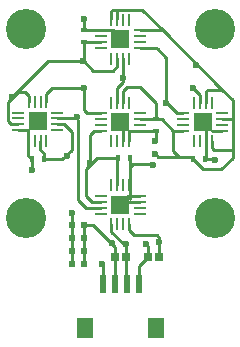
<source format=gtl>
G04 Layer_Physical_Order=1*
G04 Layer_Color=25308*
%FSLAX25Y25*%
%MOIN*%
G70*
G01*
G75*
G04:AMPARAMS|DCode=10|XSize=7.09mil|YSize=39.37mil|CornerRadius=0.89mil|HoleSize=0mil|Usage=FLASHONLY|Rotation=90.000|XOffset=0mil|YOffset=0mil|HoleType=Round|Shape=RoundedRectangle|*
%AMROUNDEDRECTD10*
21,1,0.00709,0.03760,0,0,90.0*
21,1,0.00532,0.03937,0,0,90.0*
1,1,0.00177,0.01880,0.00266*
1,1,0.00177,0.01880,-0.00266*
1,1,0.00177,-0.01880,-0.00266*
1,1,0.00177,-0.01880,0.00266*
%
%ADD10ROUNDEDRECTD10*%
G04:AMPARAMS|DCode=11|XSize=7.09mil|YSize=39.37mil|CornerRadius=0.89mil|HoleSize=0mil|Usage=FLASHONLY|Rotation=180.000|XOffset=0mil|YOffset=0mil|HoleType=Round|Shape=RoundedRectangle|*
%AMROUNDEDRECTD11*
21,1,0.00709,0.03760,0,0,180.0*
21,1,0.00532,0.03937,0,0,180.0*
1,1,0.00177,-0.00266,0.01880*
1,1,0.00177,0.00266,0.01880*
1,1,0.00177,0.00266,-0.01880*
1,1,0.00177,-0.00266,-0.01880*
%
%ADD11ROUNDEDRECTD11*%
%ADD12R,0.06299X0.06299*%
%ADD13R,0.06299X0.06299*%
%ADD14R,0.02200X0.02200*%
%ADD15R,0.02756X0.02559*%
%ADD16R,0.01969X0.01575*%
%ADD17R,0.01575X0.01969*%
%ADD18R,0.05512X0.07087*%
%ADD19R,0.02362X0.06102*%
%ADD20C,0.01000*%
%ADD21C,0.02362*%
%ADD22C,0.13386*%
D10*
X249410Y290748D02*
D03*
Y288779D02*
D03*
Y286811D02*
D03*
Y284842D02*
D03*
X262402Y290748D02*
D03*
Y288779D02*
D03*
Y286811D02*
D03*
Y284842D02*
D03*
X289961Y318307D02*
D03*
Y316339D02*
D03*
Y314370D02*
D03*
Y312402D02*
D03*
X276969Y318307D02*
D03*
Y316339D02*
D03*
Y314370D02*
D03*
Y312402D02*
D03*
X249410Y339961D02*
D03*
Y341929D02*
D03*
Y343898D02*
D03*
Y345866D02*
D03*
X262402Y339961D02*
D03*
Y341929D02*
D03*
Y343898D02*
D03*
Y345866D02*
D03*
Y318307D02*
D03*
Y316339D02*
D03*
Y314370D02*
D03*
Y312402D02*
D03*
X249410Y318307D02*
D03*
Y316339D02*
D03*
Y314370D02*
D03*
Y312402D02*
D03*
X234842Y312602D02*
D03*
Y314570D02*
D03*
Y316539D02*
D03*
Y318507D02*
D03*
X221850Y312602D02*
D03*
Y314570D02*
D03*
Y316539D02*
D03*
Y318507D02*
D03*
D11*
X252953Y294291D02*
D03*
X254921D02*
D03*
X256890D02*
D03*
X258858D02*
D03*
X252953Y281299D02*
D03*
X254921D02*
D03*
X256890D02*
D03*
X258858D02*
D03*
X286417Y321850D02*
D03*
X284449D02*
D03*
X282480D02*
D03*
X280512D02*
D03*
X286417Y308858D02*
D03*
X284449D02*
D03*
X282480D02*
D03*
X280512D02*
D03*
X252953Y336417D02*
D03*
X254921D02*
D03*
X256890D02*
D03*
X258858D02*
D03*
X252953Y349410D02*
D03*
X254921D02*
D03*
X256890D02*
D03*
X258858D02*
D03*
Y321850D02*
D03*
X256890D02*
D03*
X254921D02*
D03*
X252953D02*
D03*
X258858Y308858D02*
D03*
X256890D02*
D03*
X254921D02*
D03*
X252953D02*
D03*
X231299Y309058D02*
D03*
X229331D02*
D03*
X227362D02*
D03*
X225394D02*
D03*
X231299Y322050D02*
D03*
X229331D02*
D03*
X227362D02*
D03*
X225394D02*
D03*
D12*
X255906Y287795D02*
D03*
X228346Y315554D02*
D03*
D13*
X283465Y315354D02*
D03*
X255906Y342913D02*
D03*
Y315354D02*
D03*
D14*
X239898Y268110D02*
D03*
X243898D02*
D03*
X239898Y272441D02*
D03*
X243898D02*
D03*
X239898Y276772D02*
D03*
X243898D02*
D03*
X239898Y281102D02*
D03*
X243898D02*
D03*
D15*
X257776Y270472D02*
D03*
X254035D02*
D03*
X265059D02*
D03*
X268799D02*
D03*
D16*
X267717Y312404D02*
D03*
Y316341D02*
D03*
X243701Y345870D02*
D03*
Y341933D02*
D03*
D17*
X284154Y302953D02*
D03*
X280217D02*
D03*
X226378Y302956D02*
D03*
X230315D02*
D03*
X259055Y303350D02*
D03*
X255118D02*
D03*
D18*
X267913Y246654D02*
D03*
X244291D02*
D03*
D19*
X262008Y261417D02*
D03*
X258071D02*
D03*
X254134D02*
D03*
X250197D02*
D03*
D20*
X293307Y303445D02*
Y316339D01*
X289567Y299705D02*
X293307Y303445D01*
X289961Y316339D02*
X293307D01*
X293310D02*
Y322638D01*
X289764Y326184D02*
X293310Y322638D01*
X252953Y352365D02*
X253343Y352756D01*
X263192D02*
X270082Y345866D01*
X253343Y352756D02*
X263192D01*
X218406Y322149D02*
X221654Y325397D01*
X218406Y315692D02*
Y322149D01*
Y315692D02*
X219527Y314570D01*
X257972Y290748D02*
X262402D01*
X258169Y288779D02*
X262402D01*
X255906Y315354D02*
Y315948D01*
X244488Y299806D02*
X248031Y303350D01*
X259058Y300203D02*
Y303347D01*
X260236Y301381D02*
X265748D01*
X259058Y300203D02*
X260236Y301381D01*
X267717Y309255D02*
Y312404D01*
X262402Y312402D02*
X267714D01*
X226378Y299413D02*
Y302956D01*
X236614D02*
X239764Y306105D01*
X224016Y325397D02*
X225394Y324019D01*
X221654Y325397D02*
X224016D01*
X219527Y314570D02*
X221650D01*
X230315Y302956D02*
X236614D01*
X239764Y306105D02*
Y312011D01*
X237205Y314570D02*
X239764Y312011D01*
X234643Y314570D02*
X237205D01*
X234643Y316539D02*
X241732D01*
X230315Y302956D02*
Y304925D01*
X229131Y306109D02*
X230315Y304925D01*
X229131Y306109D02*
Y309058D01*
X221650Y312602D02*
X225194D01*
Y304139D02*
Y312602D01*
Y304139D02*
X226378Y302956D01*
X243701Y335527D02*
X246744Y332484D01*
X253543D01*
X254921Y333861D01*
Y336817D01*
Y349810D02*
Y352365D01*
X252953Y349810D02*
Y352365D01*
X284449Y321850D02*
Y325594D01*
X285039Y326184D01*
X289764D01*
X286417Y306791D02*
Y308858D01*
X284449D02*
Y314370D01*
X286417Y312402D02*
X289961D01*
X262598Y326972D02*
X267717Y321853D01*
X258268Y326972D02*
X262598D01*
X256890Y325594D02*
X258268Y326972D01*
X256890Y321850D02*
Y325594D01*
X262402Y316339D02*
X269688D01*
X273625Y312402D01*
X247241D02*
X249410D01*
X245866Y311027D02*
X247241Y312402D01*
X245866Y301578D02*
Y311027D01*
X256890Y308858D02*
Y314370D01*
X258858Y308858D02*
Y312402D01*
X262402D01*
X233071Y326578D02*
X243701D01*
Y319491D02*
Y326578D01*
X244885Y318307D02*
X249410D01*
X243701Y319491D02*
X244885Y318307D01*
X256890Y330121D02*
Y336817D01*
Y328743D02*
Y330121D01*
X280118Y326775D02*
X282480Y324413D01*
Y321850D02*
Y324413D01*
X265059Y270472D02*
Y274114D01*
X268829Y275197D02*
Y276840D01*
X254921Y326775D02*
X256890Y328743D01*
X271358Y321755D02*
X274806Y318307D01*
X254921Y321850D02*
Y326775D01*
X271260Y321853D02*
Y336814D01*
X274806Y318307D02*
X276969D01*
X243898Y276772D02*
Y281102D01*
Y272441D02*
Y276772D01*
Y268110D02*
Y272441D01*
X239898Y281102D02*
Y285034D01*
Y276772D02*
Y281102D01*
Y272441D02*
Y276772D01*
Y268110D02*
Y272441D01*
X239892Y285039D02*
X239898Y285034D01*
X268799Y270472D02*
X268829Y270502D01*
Y275197D01*
X254134Y261417D02*
Y273622D01*
X262008Y267421D02*
X265059Y270472D01*
X262008Y261417D02*
Y267421D01*
X253081Y274675D02*
X254134Y273622D01*
X250197Y261417D02*
Y268110D01*
X253349Y345870D02*
X255906Y343313D01*
X243701Y341933D02*
X249410D01*
X267717Y316341D02*
Y321853D01*
X268307Y339767D02*
X271260Y336814D01*
X262402Y345866D02*
X270082D01*
X289764Y326184D01*
X262402Y339961D02*
X268113D01*
X254921Y294291D02*
Y303152D01*
X248031Y303350D02*
X255118D01*
X259058Y289665D02*
Y300203D01*
X264567Y274606D02*
X265059Y274114D01*
X260630Y277658D02*
X268012D01*
X268829Y276840D01*
X258858Y279429D02*
X260630Y277658D01*
X258858Y279429D02*
Y281299D01*
X253081Y274675D02*
Y275098D01*
X244882Y281102D02*
X246654D01*
X252229Y275526D01*
X252953Y278740D02*
Y281299D01*
Y278740D02*
X257087Y274606D01*
X257874D01*
Y262992D02*
Y274606D01*
X244488Y290650D02*
Y299806D01*
Y290650D02*
X246358Y288779D01*
X249410D01*
X241732Y289469D02*
Y315945D01*
Y289469D02*
X244390Y286811D01*
X249410D01*
X219882Y323822D02*
X231693Y335633D01*
X243504D01*
X243701D01*
Y341933D01*
X267717Y304531D02*
X268507Y303740D01*
X275587D01*
X275590Y303743D01*
X284449Y303248D02*
Y308858D01*
X275590Y303743D02*
X279427D01*
X280217Y302953D01*
X284154D02*
X286909D01*
X280217D02*
X283465Y299705D01*
X289567D01*
X243701Y345870D02*
Y349212D01*
Y345870D02*
X253349D01*
X286417Y306791D02*
X287303Y305906D01*
X293307D01*
X231299Y324806D02*
X233071Y326578D01*
X231299Y322050D02*
Y324806D01*
X225394Y322050D02*
Y324019D01*
X273625Y312402D02*
X276969D01*
X273625Y305709D02*
X275590Y303743D01*
X273625Y305709D02*
Y312402D01*
D21*
X267520Y304531D02*
D03*
X266732Y300987D02*
D03*
X267520Y308861D02*
D03*
X226575Y299413D02*
D03*
X219882Y323822D02*
D03*
X237992Y304137D02*
D03*
X241339Y317129D02*
D03*
X281299Y334452D02*
D03*
X243504Y335633D02*
D03*
X245866Y301578D02*
D03*
X243701Y326578D02*
D03*
X280118Y326775D02*
D03*
X256890Y330121D02*
D03*
X271161Y321558D02*
D03*
X239892Y285039D02*
D03*
X249932Y268110D02*
D03*
X268829Y275197D02*
D03*
X257874Y274606D02*
D03*
X264567D02*
D03*
X253081Y275098D02*
D03*
X287402Y302854D02*
D03*
X243701Y349606D02*
D03*
D22*
X224410Y346457D02*
D03*
X287402D02*
D03*
Y283465D02*
D03*
X224410D02*
D03*
M02*

</source>
